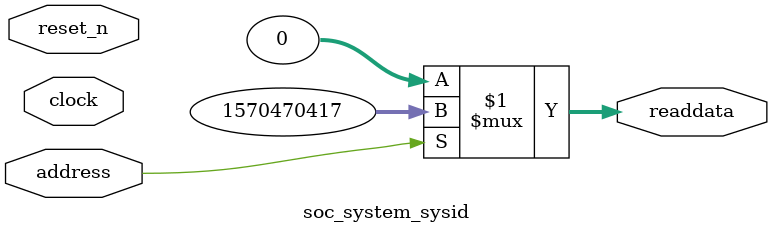
<source format=v>



// synthesis translate_off
`timescale 1ns / 1ps
// synthesis translate_on

// turn off superfluous verilog processor warnings 
// altera message_level Level1 
// altera message_off 10034 10035 10036 10037 10230 10240 10030 

module soc_system_sysid (
               // inputs:
                address,
                clock,
                reset_n,

               // outputs:
                readdata
             )
;

  output  [ 31: 0] readdata;
  input            address;
  input            clock;
  input            reset_n;

  wire    [ 31: 0] readdata;
  //control_slave, which is an e_avalon_slave
  assign readdata = address ? 1570470417 : 0;

endmodule



</source>
